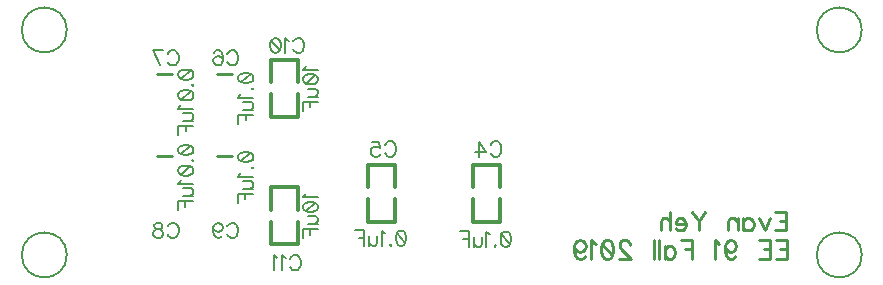
<source format=gbr>
G04 DipTrace 3.3.1.3*
G04 BottomSilk.gbr*
%MOIN*%
G04 #@! TF.FileFunction,Legend,Bot*
G04 #@! TF.Part,Single*
%ADD10C,0.009843*%
%ADD18C,0.005*%
%ADD20C,0.012*%
%ADD65C,0.00772*%
%ADD66C,0.009264*%
%FSLAX26Y26*%
G04*
G70*
G90*
G75*
G01*
G04 BotSilk*
%LPD*%
X1530000Y400000D2*
D20*
Y325007D1*
X1620000Y400000D2*
Y325007D1*
Y284993D2*
Y210000D1*
X1530000Y284993D2*
Y210000D1*
X1620000Y400000D2*
X1530000D1*
X1620000Y210000D2*
X1530000D1*
X1180000Y400000D2*
Y325007D1*
X1270000Y400000D2*
Y325007D1*
Y284993D2*
Y210000D1*
X1180000Y284993D2*
Y210000D1*
X1270000Y400000D2*
X1180000D1*
X1270000Y210000D2*
X1180000D1*
X725571Y703761D2*
D10*
X674429D1*
X525571D2*
X474429D1*
X525571Y428761D2*
X474429D1*
X725571D2*
X674429D1*
X855000Y750000D2*
D20*
Y675007D1*
X945000Y750000D2*
Y675007D1*
Y634993D2*
Y560000D1*
X855000Y634993D2*
Y560000D1*
X945000Y750000D2*
X855000D1*
X945000Y560000D2*
X855000D1*
Y325000D2*
Y250007D1*
X945000Y325000D2*
Y250007D1*
Y209993D2*
Y135000D1*
X855000Y209993D2*
Y135000D1*
X945000Y325000D2*
X855000D1*
X945000Y135000D2*
X855000D1*
X25000Y850000D2*
D18*
G02X25000Y850000I75000J0D01*
G01*
Y100000D2*
G02X25000Y100000I75000J0D01*
G01*
X2675001Y850001D2*
G02X2675001Y850001I74999J0D01*
G01*
X2675000Y100000D2*
G02X2675000Y100000I75000J0D01*
G01*
X1587720Y466285D2*
D65*
X1590096Y471038D1*
X1594905Y475846D1*
X1599658Y478223D1*
X1609219D1*
X1614028Y475846D1*
X1618781Y471038D1*
X1621213Y466285D1*
X1623590Y459100D1*
Y447106D1*
X1621213Y439977D1*
X1618781Y435168D1*
X1614028Y430415D1*
X1609219Y427983D1*
X1599658D1*
X1594905Y430415D1*
X1590096Y435168D1*
X1587720Y439977D1*
X1548349Y427983D2*
Y478168D1*
X1572280Y444730D1*
X1536410D1*
X1640369Y178168D2*
X1647554Y175791D1*
X1652362Y168606D1*
X1654739Y156668D1*
Y149483D1*
X1652362Y137545D1*
X1647554Y130360D1*
X1640369Y127983D1*
X1635615D1*
X1628430Y130360D1*
X1623677Y137545D1*
X1621245Y149483D1*
Y156668D1*
X1623677Y168606D1*
X1628430Y175791D1*
X1635615Y178168D1*
X1640369D1*
X1623677Y168606D2*
X1652362Y137545D1*
X1603429Y132792D2*
X1605806Y130360D1*
X1603429Y127983D1*
X1600998Y130360D1*
X1603429Y132792D1*
X1585558Y168606D2*
X1580750Y171038D1*
X1573565Y178168D1*
Y127983D1*
X1558126Y161476D2*
Y137545D1*
X1555749Y130415D1*
X1550941Y127983D1*
X1543756D1*
X1539002Y130415D1*
X1531817Y137545D1*
Y161476D2*
Y127983D1*
X1485261Y178223D2*
X1516378D1*
Y127983D1*
Y154291D2*
X1497255D1*
X1236531Y466285D2*
X1238908Y471038D1*
X1243716Y475846D1*
X1248470Y478223D1*
X1258031D1*
X1262840Y475846D1*
X1267593Y471038D1*
X1270025Y466285D1*
X1272401Y459100D1*
Y447106D1*
X1270025Y439977D1*
X1267593Y435168D1*
X1262840Y430415D1*
X1258031Y427983D1*
X1248470D1*
X1243716Y430415D1*
X1238908Y435168D1*
X1236531Y439977D1*
X1192407Y478168D2*
X1216284D1*
X1218660Y456668D1*
X1216284Y459045D1*
X1209099Y461476D1*
X1201969D1*
X1194784Y459045D1*
X1189975Y454291D1*
X1187599Y447106D1*
Y442353D1*
X1189975Y435168D1*
X1194784Y430360D1*
X1201969Y427983D1*
X1209099D1*
X1216284Y430360D1*
X1218660Y432792D1*
X1221092Y437545D1*
X1291205Y181512D2*
X1298390Y179135D1*
X1303198Y171950D1*
X1305575Y160012D1*
Y152827D1*
X1303198Y140889D1*
X1298390Y133703D1*
X1291205Y131327D1*
X1286451D1*
X1279266Y133703D1*
X1274513Y140889D1*
X1272081Y152827D1*
Y160012D1*
X1274513Y171950D1*
X1279266Y179135D1*
X1286451Y181512D1*
X1291205D1*
X1274513Y171950D2*
X1303198Y140889D1*
X1254265Y136135D2*
X1256642Y133703D1*
X1254265Y131327D1*
X1251834Y133703D1*
X1254265Y136135D1*
X1236394Y171950D2*
X1231586Y174382D1*
X1224401Y181512D1*
Y131327D1*
X1208962Y164820D2*
Y140889D1*
X1206585Y133759D1*
X1201777Y131327D1*
X1194592D1*
X1189838Y133759D1*
X1182653Y140889D1*
Y164820D2*
Y131327D1*
X1136097Y181567D2*
X1167214D1*
Y131327D1*
Y157635D2*
X1148091D1*
X710315Y770046D2*
X712692Y774799D1*
X717500Y779608D1*
X722254Y781984D1*
X731815D1*
X736624Y779608D1*
X741377Y774799D1*
X743809Y770046D1*
X746185Y762861D1*
Y750867D1*
X743809Y743738D1*
X741377Y738929D1*
X736624Y734176D1*
X731815Y731744D1*
X722254D1*
X717500Y734176D1*
X712692Y738929D1*
X710315Y743738D1*
X666191Y774799D2*
X668568Y779552D1*
X675753Y781929D1*
X680506D1*
X687691Y779552D1*
X692500Y772367D1*
X694876Y760429D1*
Y748491D1*
X692500Y738929D1*
X687691Y734121D1*
X680506Y731744D1*
X678129D1*
X671000Y734121D1*
X666191Y738929D1*
X663815Y746114D1*
Y748491D1*
X666191Y755676D1*
X671000Y760429D1*
X678129Y762806D1*
X680506D1*
X687691Y760429D1*
X692500Y755676D1*
X694876Y748491D1*
X746832Y691630D2*
X749209Y698815D1*
X756394Y703623D1*
X768332Y706000D1*
X775517D1*
X787455Y703623D1*
X794640Y698815D1*
X797017Y691630D1*
Y686877D1*
X794640Y679692D1*
X787455Y674938D1*
X775517Y672506D1*
X768332D1*
X756394Y674938D1*
X749209Y679692D1*
X746832Y686877D1*
Y691630D1*
X756394Y674938D2*
X787455Y703623D1*
X792209Y654691D2*
X794640Y657067D1*
X797017Y654691D1*
X794640Y652259D1*
X792209Y654691D1*
X756394Y636820D2*
X753962Y632011D1*
X746832Y624826D1*
X797017D1*
X763524Y609387D2*
X787455D1*
X794585Y607010D1*
X797017Y602202D1*
Y595017D1*
X794585Y590264D1*
X787455Y583079D1*
X763524D2*
X797017D1*
X746777Y536523D2*
Y567639D1*
X797017D1*
X770709D2*
Y548516D1*
X511531Y770046D2*
X513908Y774799D1*
X518716Y779608D1*
X523470Y781984D1*
X533031D1*
X537840Y779608D1*
X542593Y774799D1*
X545025Y770046D1*
X547401Y762861D1*
Y750867D1*
X545025Y743738D1*
X542593Y738929D1*
X537840Y734176D1*
X533031Y731744D1*
X523470D1*
X518716Y734176D1*
X513908Y738929D1*
X511531Y743738D1*
X486530Y731744D2*
X462599Y781929D1*
X496092D1*
X546832Y703596D2*
X549209Y710781D1*
X556394Y715590D1*
X568332Y717966D1*
X575517D1*
X587455Y715590D1*
X594640Y710781D1*
X597017Y703596D1*
Y698843D1*
X594640Y691658D1*
X587455Y686905D1*
X575517Y684473D1*
X568332D1*
X556394Y686905D1*
X549209Y691658D1*
X546832Y698843D1*
Y703596D1*
X556394Y686905D2*
X587455Y715590D1*
X592208Y666657D2*
X594640Y669034D1*
X597017Y666657D1*
X594640Y664225D1*
X592208Y666657D1*
X546832Y634416D2*
X549209Y641601D1*
X556394Y646409D1*
X568332Y648786D1*
X575517D1*
X587455Y646409D1*
X594640Y641601D1*
X597017Y634416D1*
Y629663D1*
X594640Y622478D1*
X587455Y617724D1*
X575517Y615292D1*
X568332Y615293D1*
X556394Y617724D1*
X549209Y622478D1*
X546832Y629663D1*
Y634416D1*
X556394Y617724D2*
X587455Y646409D1*
X556394Y599853D2*
X553962Y595045D1*
X546832Y587860D1*
X597017D1*
X563524Y572421D2*
X587455D1*
X594585Y570044D1*
X597017Y565235D1*
Y558050D1*
X594585Y553297D1*
X587455Y546112D1*
X563524D2*
X597017D1*
X546777Y499556D2*
Y530673D1*
X597017D1*
X570709D2*
Y511550D1*
X511504Y195046D2*
X513880Y199799D1*
X518689Y204608D1*
X523442Y206984D1*
X533004D1*
X537812Y204608D1*
X542565Y199799D1*
X544997Y195046D1*
X547374Y187861D1*
Y175867D1*
X544997Y168738D1*
X542565Y163929D1*
X537812Y159176D1*
X533004Y156744D1*
X523442D1*
X518689Y159176D1*
X513880Y163929D1*
X511504Y168738D1*
X484126Y206929D2*
X491256Y204552D1*
X493688Y199799D1*
Y194991D1*
X491256Y190238D1*
X486503Y187806D1*
X476941Y185429D1*
X469756Y183053D1*
X465003Y178244D1*
X462626Y173491D1*
Y166306D1*
X465003Y161553D1*
X467380Y159121D1*
X474565Y156744D1*
X484126D1*
X491256Y159121D1*
X493688Y161553D1*
X496064Y166306D1*
Y173491D1*
X493688Y178244D1*
X488879Y183053D1*
X481750Y185429D1*
X472188Y187806D1*
X467380Y190238D1*
X465003Y194991D1*
Y199799D1*
X467380Y204552D1*
X474565Y206929D1*
X484126D1*
X546542Y452719D2*
X548918Y459904D1*
X556103Y464713D1*
X568041Y467089D1*
X575226D1*
X587165Y464713D1*
X594350Y459904D1*
X596726Y452719D1*
Y447966D1*
X594350Y440781D1*
X587165Y436028D1*
X575226Y433596D1*
X568041D1*
X556103Y436028D1*
X548918Y440781D1*
X546542Y447966D1*
Y452719D1*
X556103Y436028D2*
X587165Y464713D1*
X591918Y415780D2*
X594350Y418157D1*
X596726Y415780D1*
X594350Y413348D1*
X591918Y415780D1*
X546542Y383539D2*
X548918Y390724D1*
X556103Y395533D1*
X568041Y397909D1*
X575226D1*
X587165Y395533D1*
X594350Y390724D1*
X596726Y383539D1*
Y378786D1*
X594350Y371601D1*
X587165Y366848D1*
X575226Y364416D1*
X568041D1*
X556103Y366848D1*
X548918Y371601D1*
X546542Y378786D1*
Y383539D1*
X556103Y366848D2*
X587165Y395533D1*
X556103Y348977D2*
X553671Y344168D1*
X546542Y336983D1*
X596726D1*
X563233Y321544D2*
X587165D1*
X594294Y319167D1*
X596726Y314359D1*
Y307174D1*
X594294Y302421D1*
X587165Y295236D1*
X563233D2*
X596726D1*
X546486Y248680D2*
Y279796D1*
X596726D1*
X570418D2*
Y260673D1*
X710343Y195046D2*
X712720Y199799D1*
X717528Y204608D1*
X722281Y206984D1*
X731843D1*
X736651Y204608D1*
X741405Y199799D1*
X743836Y195046D1*
X746213Y187861D1*
Y175867D1*
X743836Y168738D1*
X741405Y163929D1*
X736651Y159176D1*
X731843Y156744D1*
X722281D1*
X717528Y159176D1*
X712720Y163929D1*
X710343Y168738D1*
X663787Y190238D2*
X666219Y183053D1*
X670972Y178244D1*
X678157Y175867D1*
X680534D1*
X687719Y178244D1*
X692472Y183053D1*
X694904Y190238D1*
Y192614D1*
X692472Y199799D1*
X687719Y204552D1*
X680534Y206929D1*
X678157D1*
X670972Y204552D1*
X666219Y199799D1*
X663787Y190238D1*
Y178244D1*
X666219Y166306D1*
X670972Y159121D1*
X678157Y156744D1*
X682910D1*
X690095Y159121D1*
X692472Y163929D1*
X746542Y428253D2*
X748918Y435438D1*
X756103Y440247D1*
X768041Y442623D1*
X775226D1*
X787165Y440247D1*
X794350Y435438D1*
X796726Y428253D1*
Y423500D1*
X794350Y416315D1*
X787165Y411562D1*
X775226Y409130D1*
X768041D1*
X756103Y411562D1*
X748918Y416315D1*
X746542Y423500D1*
Y428253D1*
X756103Y411562D2*
X787165Y440247D1*
X791918Y391314D2*
X794350Y393691D1*
X796726Y391314D1*
X794350Y388882D1*
X791918Y391314D1*
X756103Y373443D2*
X753671Y368634D1*
X746542Y361449D1*
X796726D1*
X763233Y346010D2*
X787165D1*
X794294Y343634D1*
X796726Y338825D1*
Y331640D1*
X794294Y326887D1*
X787165Y319702D1*
X763233D2*
X796726D1*
X746486Y273146D2*
Y304263D1*
X796726D1*
X770418D2*
Y285139D1*
X930287Y811875D2*
X932664Y816629D1*
X937472Y821437D1*
X942225Y823814D1*
X951787D1*
X956595Y821437D1*
X961349Y816629D1*
X963780Y811875D1*
X966157Y804690D1*
Y792697D1*
X963780Y785567D1*
X961349Y780759D1*
X956595Y776005D1*
X951787Y773574D1*
X942225D1*
X937472Y776005D1*
X932664Y780759D1*
X930287Y785567D1*
X914848Y814197D2*
X910039Y816629D1*
X902854Y823758D1*
Y773574D1*
X873045Y823758D2*
X880230Y821382D1*
X885038Y814197D1*
X887415Y802259D1*
Y795073D1*
X885038Y783135D1*
X880230Y775950D1*
X873045Y773574D1*
X868292D1*
X861107Y775950D1*
X856354Y783135D1*
X853922Y795073D1*
Y802259D1*
X856354Y814197D1*
X861107Y821382D1*
X868292Y823758D1*
X873045D1*
X856354Y814197D2*
X885038Y783135D1*
X971576Y729615D2*
X969144Y724806D1*
X962014Y717621D1*
X1012199D1*
X962014Y687812D2*
X964391Y694997D1*
X971576Y699806D1*
X983514Y702182D1*
X990699D1*
X1002637Y699805D1*
X1009822Y694997D1*
X1012199Y687812D1*
Y683059D1*
X1009822Y675874D1*
X1002637Y671121D1*
X990699Y668689D1*
X983514D1*
X971576Y671121D1*
X964391Y675874D1*
X962014Y683059D1*
Y687812D1*
X971576Y671121D2*
X1002637Y699805D1*
X978705Y653250D2*
X1002637D1*
X1009767Y650873D1*
X1012199Y646064D1*
Y638879D1*
X1009767Y634126D1*
X1002637Y626941D1*
X978705D2*
X1012199D1*
X961959Y580385D2*
Y611502D1*
X1012199D1*
X985890D2*
Y592379D1*
X919537Y86875D2*
X921914Y91629D1*
X926722Y96437D1*
X931475Y98814D1*
X941037D1*
X945845Y96437D1*
X950599Y91629D1*
X953030Y86875D1*
X955407Y79690D1*
Y67697D1*
X953030Y60567D1*
X950599Y55759D1*
X945845Y51005D1*
X941037Y48574D1*
X931475D1*
X926722Y51005D1*
X921914Y55759D1*
X919537Y60567D1*
X904098Y89197D2*
X899289Y91629D1*
X892104Y98758D1*
Y48574D1*
X876665Y89197D2*
X871857Y91629D1*
X864672Y98758D1*
Y48574D1*
X971576Y304615D2*
X969144Y299806D1*
X962014Y292621D1*
X1012199D1*
X962014Y262812D2*
X964391Y269997D1*
X971576Y274806D1*
X983514Y277182D1*
X990699D1*
X1002637Y274805D1*
X1009822Y269997D1*
X1012199Y262812D1*
Y258059D1*
X1009822Y250874D1*
X1002637Y246121D1*
X990699Y243689D1*
X983514D1*
X971576Y246121D1*
X964391Y250874D1*
X962014Y258059D1*
Y262812D1*
X971576Y246121D2*
X1002637Y274805D1*
X978705Y228250D2*
X1002637D1*
X1009767Y225873D1*
X1012199Y221064D1*
Y213879D1*
X1009767Y209126D1*
X1002637Y201941D1*
X978705D2*
X1012199D1*
X961959Y155385D2*
Y186502D1*
X1012199D1*
X985890D2*
Y167379D1*
X2536492Y242076D2*
D66*
X2573765D1*
Y181788D1*
X2536492D1*
X2573765Y213358D2*
X2550818D1*
X2517965Y221980D2*
X2500720Y181788D1*
X2483543Y221980D1*
X2430594D2*
Y181788D1*
Y213358D2*
X2436298Y219128D1*
X2442068Y221980D1*
X2450623D1*
X2456394Y219128D1*
X2462097Y213358D1*
X2465016Y204736D1*
Y199032D1*
X2462097Y190410D1*
X2456394Y184706D1*
X2450623Y181788D1*
X2442068D1*
X2436298Y184706D1*
X2430594Y190410D1*
X2412067Y221980D2*
Y181788D1*
Y210506D2*
X2403445Y219128D1*
X2397674Y221980D1*
X2389119D1*
X2383349Y219128D1*
X2380497Y210506D1*
Y181788D1*
X2303648Y242076D2*
X2280701Y213358D1*
Y181788D1*
X2257753Y242076D2*
X2280701Y213358D1*
X2239225Y204736D2*
X2204804D1*
Y210506D1*
X2207656Y216276D1*
X2210507Y219128D1*
X2216278Y221980D1*
X2224900D1*
X2230603Y219128D1*
X2236374Y213358D1*
X2239225Y204736D1*
Y199032D1*
X2236374Y190410D1*
X2230603Y184706D1*
X2224900Y181788D1*
X2216278D1*
X2210507Y184706D1*
X2204804Y190410D1*
X2186277Y242076D2*
Y181788D1*
Y210506D2*
X2177654Y219128D1*
X2171884Y221980D1*
X2163262D1*
X2157558Y219128D1*
X2154707Y210506D1*
Y181788D1*
X2538851Y148324D2*
X2576125D1*
Y88036D1*
X2538851D1*
X2576125Y119606D2*
X2553177D1*
X2483050Y148324D2*
X2520324D1*
Y88036D1*
X2483050D1*
X2520324Y119606D2*
X2497376D1*
X2368862Y128228D2*
X2371780Y119606D1*
X2377484Y113836D1*
X2386106Y110984D1*
X2388958D1*
X2397580Y113836D1*
X2403284Y119606D1*
X2406202Y128228D1*
Y131080D1*
X2403284Y139702D1*
X2397580Y145406D1*
X2388958Y148258D1*
X2386106D1*
X2377484Y145406D1*
X2371780Y139702D1*
X2368862Y128228D1*
Y113836D1*
X2371780Y99510D1*
X2377484Y90888D1*
X2386106Y88036D1*
X2391810D1*
X2400432Y90888D1*
X2403284Y96658D1*
X2350335Y136784D2*
X2344565Y139702D1*
X2335943Y148258D1*
Y88036D1*
X2221754Y148324D2*
X2259094D1*
Y88036D1*
Y119606D2*
X2236146D1*
X2168805Y128228D2*
Y88036D1*
Y119606D2*
X2174509Y125376D1*
X2180279Y128228D1*
X2188835D1*
X2194605Y125376D1*
X2200309Y119606D1*
X2203227Y110984D1*
Y105280D1*
X2200309Y96658D1*
X2194605Y90954D1*
X2188835Y88036D1*
X2180279D1*
X2174509Y90954D1*
X2168805Y96658D1*
X2150278Y148324D2*
Y88036D1*
X2131751Y148324D2*
Y88036D1*
X2051985Y133932D2*
Y136784D1*
X2049133Y142554D1*
X2046281Y145406D1*
X2040511Y148258D1*
X2029037D1*
X2023333Y145406D1*
X2020481Y142554D1*
X2017563Y136784D1*
Y131080D1*
X2020481Y125310D1*
X2026185Y116754D1*
X2054903Y88036D1*
X2014711D1*
X1978940Y148258D2*
X1987562Y145406D1*
X1993332Y136784D1*
X1996184Y122458D1*
Y113836D1*
X1993332Y99510D1*
X1987562Y90888D1*
X1978940Y88036D1*
X1973236D1*
X1964614Y90888D1*
X1958910Y99510D1*
X1955992Y113836D1*
Y122458D1*
X1958910Y136784D1*
X1964614Y145406D1*
X1973236Y148258D1*
X1978940D1*
X1958910Y136784D2*
X1993332Y99510D1*
X1937465Y136784D2*
X1931695Y139702D1*
X1923072Y148258D1*
Y88036D1*
X1867205Y128228D2*
X1870123Y119606D1*
X1875827Y113836D1*
X1884449Y110984D1*
X1887301D1*
X1895923Y113836D1*
X1901627Y119606D1*
X1904545Y128228D1*
Y131080D1*
X1901627Y139702D1*
X1895923Y145406D1*
X1887301Y148258D1*
X1884449D1*
X1875827Y145406D1*
X1870123Y139702D1*
X1867205Y128228D1*
Y113836D1*
X1870123Y99510D1*
X1875827Y90888D1*
X1884449Y88036D1*
X1890153D1*
X1898775Y90888D1*
X1901627Y96658D1*
M02*

</source>
